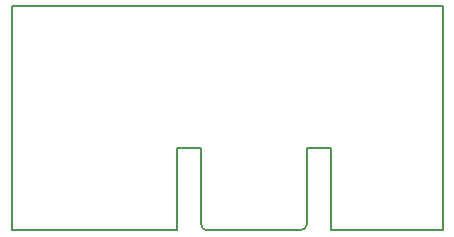
<source format=gbr>
%TF.GenerationSoftware,KiCad,Pcbnew,(6.0.4-0)*%
%TF.CreationDate,2023-01-13T21:29:05-07:00*%
%TF.ProjectId,Gamecube_SD2SP2PRO,47616d65-6375-4626-955f-534432535032,rev?*%
%TF.SameCoordinates,Original*%
%TF.FileFunction,Profile,NP*%
%FSLAX46Y46*%
G04 Gerber Fmt 4.6, Leading zero omitted, Abs format (unit mm)*
G04 Created by KiCad (PCBNEW (6.0.4-0)) date 2023-01-13 21:29:05*
%MOMM*%
%LPD*%
G01*
G04 APERTURE LIST*
%TA.AperFunction,Profile*%
%ADD10C,0.150000*%
%TD*%
G04 APERTURE END LIST*
D10*
X74064286Y-101000000D02*
X110564286Y-101000000D01*
X98464286Y-119999986D02*
G75*
G03*
X99064286Y-119400000I14J599986D01*
G01*
X88064286Y-120000000D02*
X74064286Y-120000000D01*
X90664286Y-120000000D02*
X98464286Y-120000000D01*
X90064300Y-119400000D02*
G75*
G03*
X90664286Y-120000000I600000J0D01*
G01*
X101064286Y-113000000D02*
X101064286Y-120000000D01*
X110564286Y-101000000D02*
X110564286Y-120000000D01*
X90064286Y-119400000D02*
X90064286Y-113000000D01*
X99064286Y-113000000D02*
X101064286Y-113000000D01*
X74064286Y-120000000D02*
X74064286Y-101000000D01*
X101064286Y-120000000D02*
X110564286Y-120000000D01*
X99064286Y-119400000D02*
X99064286Y-113000000D01*
X88064286Y-113000000D02*
X90064286Y-113000000D01*
X88064286Y-113000000D02*
X88064286Y-120000000D01*
M02*

</source>
